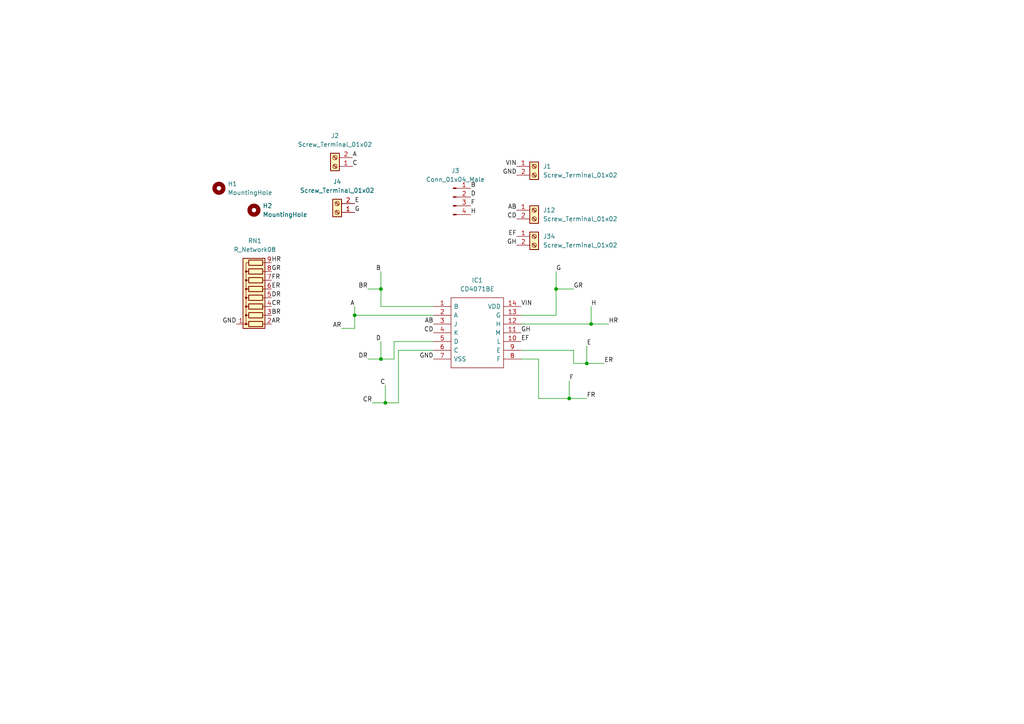
<source format=kicad_sch>
(kicad_sch (version 20211123) (generator eeschema)
  (paper "A4")
  (lib_symbols
    (symbol "Connector:Conn_01x04_Male" (pin_names (offset 1.016) hide)
      (property "Reference" "J" (at 0 5.08 0))
      (property "Value" "Conn_01x04_Male" (at 0 -7.62 0))
      (symbol "Conn_01x04_Male_1_1"
        (polyline (pts (xy 1.27 -5.08) (xy 0.8636 -5.08)) (stroke (width 0.1524)))
        (polyline (pts (xy 1.27 -2.54) (xy 0.8636 -2.54)) (stroke (width 0.1524)))
        (polyline (pts (xy 1.27 0) (xy 0.8636 0)) (stroke (width 0.1524)))
        (polyline (pts (xy 1.27 2.54) (xy 0.8636 2.54)) (stroke (width 0.1524)))
        (rectangle (start 0.8636 -4.953) (end 0 -5.207) (stroke (width 0.1524)) (fill (type outline)))
        (rectangle (start 0.8636 -2.413) (end 0 -2.667) (stroke (width 0.1524)) (fill (type outline)))
        (rectangle (start 0.8636 0.127) (end 0 -0.127) (stroke (width 0.1524)) (fill (type outline)))
        (rectangle (start 0.8636 2.667) (end 0 2.413) (stroke (width 0.1524)) (fill (type outline)))
        (pin passive line (at 5.08 2.54 180) (length 3.81) (name "Pin_1") (number "1"))
        (pin passive line (at 5.08 0 180) (length 3.81) (name "Pin_2") (number "2"))
        (pin passive line (at 5.08 -2.54 180) (length 3.81) (name "Pin_3") (number "3"))
        (pin passive line (at 5.08 -5.08 180) (length 3.81) (name "Pin_4") (number "4"))
      )
    )
    (symbol "Connector:Screw_Terminal_01x02" (pin_names (offset 1.016) hide)
      (property "Reference" "J" (at 0 2.54 0))
      (property "Value" "Screw_Terminal_01x02" (at 0 -5.08 0))
      (symbol "Screw_Terminal_01x02_1_1"
        (rectangle (start -1.27 1.27) (end 1.27 -3.81) (stroke (width 0.254)) (fill (type background)))
        (circle (center 0 -2.54) (radius 0.635) (stroke (width 0.1524)))
        (polyline (pts (xy -0.5334 -2.2098) (xy 0.3302 -3.048)) (stroke (width 0.1524)))
        (polyline (pts (xy -0.5334 0.3302) (xy 0.3302 -0.508)) (stroke (width 0.1524)))
        (polyline (pts (xy -0.3556 -2.032) (xy 0.508 -2.8702)) (stroke (width 0.1524)))
        (polyline (pts (xy -0.3556 0.508) (xy 0.508 -0.3302)) (stroke (width 0.1524)))
        (circle (center 0 0) (radius 0.635) (stroke (width 0.1524)))
        (pin passive line (at -5.08 0 0) (length 3.81) (name "Pin_1") (number "1"))
        (pin passive line (at -5.08 -2.54 0) (length 3.81) (name "Pin_2") (number "2"))
      )
    )
    (symbol "Device:R_Network08" (pin_names (offset 0) hide)
      (property "Reference" "RN" (at -12.7 0 90))
      (property "Value" "R_Network08" (at 10.16 0 90))
      (symbol "R_Network08_0_1"
        (rectangle (start -11.43 -3.175) (end 8.89 3.175) (stroke (width 0.254)) (fill (type background)))
        (rectangle (start -10.922 1.524) (end -9.398 -2.54) (stroke (width 0.254)))
        (circle (center -10.16 2.286) (radius 0.254) (fill (type outline)))
        (rectangle (start -8.382 1.524) (end -6.858 -2.54) (stroke (width 0.254)))
        (circle (center -7.62 2.286) (radius 0.254) (fill (type outline)))
        (rectangle (start -5.842 1.524) (end -4.318 -2.54) (stroke (width 0.254)))
        (circle (center -5.08 2.286) (radius 0.254) (fill (type outline)))
        (rectangle (start -3.302 1.524) (end -1.778 -2.54) (stroke (width 0.254)))
        (circle (center -2.54 2.286) (radius 0.254) (fill (type outline)))
        (rectangle (start -0.762 1.524) (end 0.762 -2.54) (stroke (width 0.254)))
        (polyline (pts (xy -10.16 -2.54) (xy -10.16 -3.81)))
        (polyline (pts (xy -7.62 -2.54) (xy -7.62 -3.81)))
        (polyline (pts (xy -5.08 -2.54) (xy -5.08 -3.81)))
        (polyline (pts (xy -2.54 -2.54) (xy -2.54 -3.81)))
        (polyline (pts (xy 0 -2.54) (xy 0 -3.81)))
        (polyline (pts (xy 2.54 -2.54) (xy 2.54 -3.81)))
        (polyline (pts (xy 5.08 -2.54) (xy 5.08 -3.81)))
        (polyline (pts (xy 7.62 -2.54) (xy 7.62 -3.81)))
        (polyline (pts (xy -10.16 1.524) (xy -10.16 2.286) (xy -7.62 2.286) (xy -7.62 1.524)))
        (polyline (pts (xy -7.62 1.524) (xy -7.62 2.286) (xy -5.08 2.286) (xy -5.08 1.524)))
        (polyline (pts (xy -5.08 1.524) (xy -5.08 2.286) (xy -2.54 2.286) (xy -2.54 1.524)))
        (polyline (pts (xy -2.54 1.524) (xy -2.54 2.286) (xy 0 2.286) (xy 0 1.524)))
        (polyline (pts (xy 0 1.524) (xy 0 2.286) (xy 2.54 2.286) (xy 2.54 1.524)))
        (polyline (pts (xy 2.54 1.524) (xy 2.54 2.286) (xy 5.08 2.286) (xy 5.08 1.524)))
        (polyline (pts (xy 5.08 1.524) (xy 5.08 2.286) (xy 7.62 2.286) (xy 7.62 1.524)))
        (circle (center 0 2.286) (radius 0.254) (fill (type outline)))
        (rectangle (start 1.778 1.524) (end 3.302 -2.54) (stroke (width 0.254)))
        (circle (center 2.54 2.286) (radius 0.254) (fill (type outline)))
        (rectangle (start 4.318 1.524) (end 5.842 -2.54) (stroke (width 0.254)))
        (circle (center 5.08 2.286) (radius 0.254) (fill (type outline)))
        (rectangle (start 6.858 1.524) (end 8.382 -2.54) (stroke (width 0.254)))
      )
      (symbol "R_Network08_1_1"
        (pin passive line (at -10.16 5.08 270) (length 2.54) (name "common") (number "1"))
        (pin passive line (at -10.16 -5.08 90) (length 1.27) (name "R1") (number "2"))
        (pin passive line (at -7.62 -5.08 90) (length 1.27) (name "R2") (number "3"))
        (pin passive line (at -5.08 -5.08 90) (length 1.27) (name "R3") (number "4"))
        (pin passive line (at -2.54 -5.08 90) (length 1.27) (name "R4") (number "5"))
        (pin passive line (at 0 -5.08 90) (length 1.27) (name "R5") (number "6"))
        (pin passive line (at 2.54 -5.08 90) (length 1.27) (name "R6") (number "7"))
        (pin passive line (at 5.08 -5.08 90) (length 1.27) (name "R7") (number "8"))
        (pin passive line (at 7.62 -5.08 90) (length 1.27) (name "R8") (number "9"))
      )
    )
    (symbol "Mechanical:MountingHole" (pin_names (offset 1.016))
      (property "Reference" "H" (at 0 5.08 0))
      (property "Value" "MountingHole" (at 0 3.175 0))
      (symbol "MountingHole_0_1"
        (circle (center 0 0) (radius 1.27) (stroke (width 1.27)))
      )
    )
    (symbol "cd4071be:CD4071BE" (pin_names (offset 0.762))
      (property "Reference" "IC" (at 21.59 7.62 0))
      (property "Value" "CD4071BE" (at 21.59 5.08 0))
      (symbol "CD4071BE_0_0"
        (pin passive line (at 0 0 0) (length 5.08) (name "B") (number "1"))
        (pin passive line (at 25.4 -10.16 180) (length 5.08) (name "L") (number "10"))
        (pin passive line (at 25.4 -7.62 180) (length 5.08) (name "M") (number "11"))
        (pin passive line (at 25.4 -5.08 180) (length 5.08) (name "H") (number "12"))
        (pin passive line (at 25.4 -2.54 180) (length 5.08) (name "G") (number "13"))
        (pin power_in line (at 25.4 0 180) (length 5.08) (name "VDD") (number "14"))
        (pin passive line (at 0 -2.54 0) (length 5.08) (name "A") (number "2"))
        (pin passive line (at 0 -5.08 0) (length 5.08) (name "J") (number "3"))
        (pin passive line (at 0 -7.62 0) (length 5.08) (name "K") (number "4"))
        (pin passive line (at 0 -10.16 0) (length 5.08) (name "D") (number "5"))
        (pin passive line (at 0 -12.7 0) (length 5.08) (name "C") (number "6"))
        (pin power_in line (at 0 -15.24 0) (length 5.08) (name "VSS") (number "7"))
        (pin passive line (at 25.4 -15.24 180) (length 5.08) (name "F") (number "8"))
        (pin passive line (at 25.4 -12.7 180) (length 5.08) (name "E") (number "9"))
      )
      (symbol "CD4071BE_0_1"
        (polyline (pts (xy 5.08 2.54) (xy 20.32 2.54) (xy 20.32 -17.78) (xy 5.08 -17.78) (xy 5.08 2.54)) (stroke (width 0.1524)))
      )
    )
  )
  (junction (at 102.87 91.44))
  (junction (at 110.49 104.14))
  (junction (at 171.45 93.98))
  (junction (at 170.18 105.41))
  (junction (at 161.29 83.82))
  (junction (at 111.76 116.84))
  (junction (at 110.49 83.82))
  (junction (at 165.1 115.57))
  (wire (pts (xy 151.13 91.44) (xy 161.29 91.44)))
  (wire (pts (xy 171.45 88.9) (xy 171.45 93.98)))
  (wire (pts (xy 161.29 91.44) (xy 161.29 83.82)))
  (wire (pts (xy 102.87 91.44) (xy 125.73 91.44)))
  (wire (pts (xy 110.49 88.9) (xy 110.49 83.82)))
  (wire (pts (xy 165.1 115.57) (xy 170.18 115.57)))
  (wire (pts (xy 110.49 99.06) (xy 110.49 104.14)))
  (wire (pts (xy 161.29 83.82) (xy 166.37 83.82)))
  (wire (pts (xy 107.95 116.84) (xy 111.76 116.84)))
  (wire (pts (xy 166.37 101.6) (xy 166.37 105.41)))
  (wire (pts (xy 99.06 95.25) (xy 102.87 95.25)))
  (wire (pts (xy 165.1 110.49) (xy 165.1 115.57)))
  (wire (pts (xy 110.49 78.74) (xy 110.49 83.82)))
  (wire (pts (xy 110.49 88.9) (xy 125.73 88.9)))
  (wire (pts (xy 151.13 104.14) (xy 156.21 104.14)))
  (wire (pts (xy 110.49 104.14) (xy 114.3 104.14)))
  (wire (pts (xy 106.68 83.82) (xy 110.49 83.82)))
  (wire (pts (xy 114.3 99.06) (xy 125.73 99.06)))
  (wire (pts (xy 111.76 116.84) (xy 115.57 116.84)))
  (wire (pts (xy 156.21 104.14) (xy 156.21 115.57)))
  (wire (pts (xy 170.18 105.41) (xy 175.26 105.41)))
  (wire (pts (xy 151.13 93.98) (xy 171.45 93.98)))
  (wire (pts (xy 106.68 104.14) (xy 110.49 104.14)))
  (wire (pts (xy 151.13 101.6) (xy 166.37 101.6)))
  (wire (pts (xy 111.76 111.76) (xy 111.76 116.84)))
  (wire (pts (xy 115.57 101.6) (xy 125.73 101.6)))
  (wire (pts (xy 115.57 101.6) (xy 115.57 116.84)))
  (wire (pts (xy 161.29 78.74) (xy 161.29 83.82)))
  (wire (pts (xy 102.87 91.44) (xy 102.87 95.25)))
  (wire (pts (xy 170.18 100.33) (xy 170.18 105.41)))
  (wire (pts (xy 114.3 104.14) (xy 114.3 99.06)))
  (wire (pts (xy 166.37 105.41) (xy 170.18 105.41)))
  (wire (pts (xy 102.87 88.9) (xy 102.87 91.44)))
  (wire (pts (xy 171.45 93.98) (xy 176.53 93.98)))
  (wire (pts (xy 156.21 115.57) (xy 165.1 115.57)))
  (label "H" (at 171.45 88.9 0))
  (label "ER" (at 78.74 83.82 0))
  (label "VIN" (at 149.86 48.26 180))
  (label "HR" (at 176.53 93.98 0))
  (label "VIN" (at 151.13 88.9 0))
  (label "FR" (at 170.18 115.57 0))
  (label "AR" (at 99.06 95.25 180))
  (label "ER" (at 175.26 105.41 0))
  (label "GH" (at 149.86 71.12 180))
  (label "CR" (at 107.95 116.84 180))
  (label "CD" (at 149.86 63.5 180))
  (label "EF" (at 151.13 99.06 0))
  (label "D" (at 110.49 99.06 180))
  (label "F" (at 165.1 110.49 0))
  (label "GH" (at 151.13 96.52 0))
  (label "AB" (at 125.73 93.98 180))
  (label "E" (at 102.87 59.055 0))
  (label "FR" (at 78.74 81.28 0))
  (label "GND" (at 149.86 50.8 180))
  (label "BR" (at 106.68 83.82 180))
  (label "AR" (at 78.74 93.98 0))
  (label "B" (at 110.49 78.74 180))
  (label "H" (at 136.525 62.23 0))
  (label "E" (at 170.18 100.33 0))
  (label "GR" (at 78.74 78.74 0))
  (label "G" (at 161.29 78.74 0))
  (label "F" (at 136.525 59.69 0))
  (label "DR" (at 106.68 104.14 180))
  (label "A" (at 102.87 88.9 180))
  (label "GND" (at 125.73 104.14 180))
  (label "C" (at 111.76 111.76 180))
  (label "AB" (at 149.86 60.96 180))
  (label "C" (at 102.235 48.26 0))
  (label "G" (at 102.87 61.595 0))
  (label "GR" (at 166.37 83.82 0))
  (label "EF" (at 149.86 68.58 180))
  (label "BR" (at 78.74 91.44 0))
  (label "DR" (at 78.74 86.36 0))
  (label "CD" (at 125.73 96.52 180))
  (label "CR" (at 78.74 88.9 0))
  (label "GND" (at 68.58 93.98 180))
  (label "B" (at 136.525 54.61 0))
  (label "D" (at 136.525 57.15 0))
  (label "HR" (at 78.74 76.2 0))
  (label "A" (at 102.235 45.72 0))
  (symbol (lib_id "Connector:Screw_Terminal_01x02") (at 97.155 48.26 180) (unit 1)
    (property "Reference" "J2" (at 97.155 39.37 0))
    (property "Value" "Screw_Terminal_01x02" (at 97.155 41.91 0))
    (property "Footprint" "TerminalBlock:TerminalBlock_bornier-2_P5.08mm" (effects hide))
  )
  (symbol (lib_id "Connector:Screw_Terminal_01x02") (at 154.94 68.58 0) (unit 1)
    (property "Reference" "J34" (at 157.48 68.5799 0) (effects (justify left)))
    (property "Value" "Screw_Terminal_01x02" (at 157.48 71.1199 0) (effects (justify left)))
    (property "Footprint" "TerminalBlock:TerminalBlock_bornier-2_P5.08mm" (effects hide))
  )
  (symbol (lib_id "Mechanical:MountingHole") (at 63.5 54.61 0) (unit 1)
    (property "Reference" "H1" (at 66.04 53.3399 0) (effects (justify left)))
    (property "Value" "MountingHole" (at 66.04 55.8799 0) (effects (justify left)))
    (property "Footprint" "MountingHole:MountingHole_3.2mm_M3" (effects hide))
  )
  (symbol (lib_id "Device:R_Network08") (at 73.66 83.82 90) (unit 1)
    (property "Reference" "RN1" (at 73.914 69.85 90))
    (property "Value" "R_Network08" (at 73.914 72.39 90))
    (property "Footprint" "Resistor_THT:R_Array_SIP9" (effects hide))
    (property "Datasheet" "http://www.vishay.com/docs/31509/csc.pdf" (effects hide))
  )
  (symbol (lib_id "cd4071be:CD4071BE") (at 125.73 88.9 0) (unit 1)
    (property "Reference" "IC1" (at 138.43 81.28 0))
    (property "Value" "CD4071BE" (at 138.43 83.82 0))
    (property "Footprint" "cd4071be:DIP794W53P254L1930H508Q14N" (effects hide))
    (property "Datasheet" "http://www.ti.com/lit/ds/symlink/cd4071b.pdf" (effects hide))
    (property "Description" "CMOS Quad 2-Input OR Gate" (effects hide))
    (property "Height" "5.08" (effects hide))
    (property "Manufacturer_Name" "Texas Instruments" (effects hide))
    (property "Manufacturer_Part_Number" "CD4071BE" (effects hide))
    (property "Mouser Part Number" "595-CD4071BE" (effects hide))
    (property "Mouser Price/Stock" "https://www.mouser.co.uk/ProductDetail/Texas-Instruments/CD4071BE?qs=D5pVkbrsqqJag2QszZHFMA%3D%3D" (effects hide))
    (property "Arrow Part Number" "CD4071BE" (effects hide))
    (property "Arrow Price/Stock" "https://www.arrow.com/en/products/cd4071be/texas-instruments?region=nac" (effects hide))
  )
  (symbol (lib_id "Connector:Conn_01x04_Male") (at 131.445 57.15 0) (unit 1)
    (property "Reference" "J3" (at 132.08 49.53 0))
    (property "Value" "Conn_01x04_Male" (at 132.08 52.07 0))
    (property "Footprint" "Connector_PinHeader_2.54mm:PinHeader_1x04_P2.54mm_Vertical" (effects hide))
  )
  (symbol (lib_id "Connector:Screw_Terminal_01x02") (at 154.94 60.96 0) (unit 1)
    (property "Reference" "J12" (at 157.48 60.9599 0) (effects (justify left)))
    (property "Value" "Screw_Terminal_01x02" (at 157.48 63.4999 0) (effects (justify left)))
    (property "Footprint" "TerminalBlock:TerminalBlock_bornier-2_P5.08mm" (effects hide))
  )
  (symbol (lib_id "Connector:Screw_Terminal_01x02") (at 154.94 48.26 0) (unit 1)
    (property "Reference" "J1" (at 157.48 48.2599 0) (effects (justify left)))
    (property "Value" "Screw_Terminal_01x02" (at 157.48 50.7999 0) (effects (justify left)))
    (property "Footprint" "TerminalBlock:TerminalBlock_bornier-2_P5.08mm" (effects hide))
  )
  (symbol (lib_id "Mechanical:MountingHole") (at 73.66 60.96 0) (unit 1)
    (property "Reference" "H2" (at 76.2 59.6899 0) (effects (justify left)))
    (property "Value" "MountingHole" (at 76.2 62.2299 0) (effects (justify left)))
    (property "Footprint" "MountingHole:MountingHole_3.2mm_M3" (effects hide))
  )
  (symbol (lib_id "Connector:Screw_Terminal_01x02") (at 97.79 61.595 180) (unit 1)
    (property "Reference" "J4" (at 97.79 52.705 0))
    (property "Value" "Screw_Terminal_01x02" (at 97.79 55.245 0))
    (property "Footprint" "TerminalBlock:TerminalBlock_bornier-2_P5.08mm" (effects hide))
  )
)
</source>
